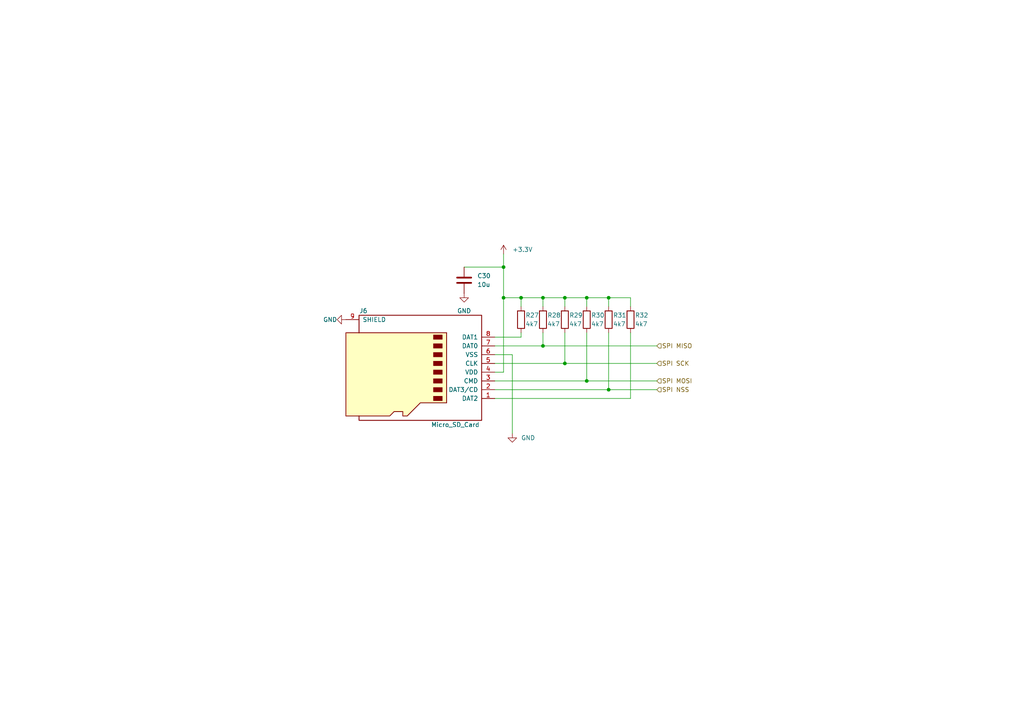
<source format=kicad_sch>
(kicad_sch (version 20231120) (generator "eeschema") (generator_version "8.0")
  (paper "A4")
  (title_block (title "Micro SD Card Connector") (date "2024-04-18") (rev "V1") (comment 1 "22619291") (comment 2 "DP Theron"))
  (lib_symbols
    (symbol "Connector:Micro_SD_Card" (pin_names (offset 1.016))
      (property "Reference" "J" (at -16.51 15.24 0))
      (property "Value" "Micro_SD_Card" (at 16.51 15.24 0))
      (symbol "Micro_SD_Card_0_1"
        (rectangle (start -7.62 -9.525) (end -5.08 -10.795) (fill (type outline)))
        (rectangle (start -7.62 -6.985) (end -5.08 -8.255) (fill (type outline)))
        (rectangle (start -7.62 -4.445) (end -5.08 -5.715) (fill (type outline)))
        (rectangle (start -7.62 -1.905) (end -5.08 -3.175) (fill (type outline)))
        (rectangle (start -7.62 0.635) (end -5.08 -0.635) (fill (type outline)))
        (rectangle (start -7.62 3.175) (end -5.08 1.905) (fill (type outline)))
        (rectangle (start -7.62 5.715) (end -5.08 4.445) (fill (type outline)))
        (rectangle (start -7.62 8.255) (end -5.08 6.985) (fill (type outline)))
        (polyline (pts (xy 16.51 12.7) (xy 16.51 13.97) (xy -19.05 13.97) (xy -19.05 -16.51) (xy 16.51 -16.51) (xy 16.51 -11.43)) (stroke (width 0.254)))
        (polyline (pts (xy -8.89 -11.43) (xy -8.89 8.89) (xy -1.27 8.89) (xy 2.54 12.7) (xy 3.81 12.7) (xy 3.81 11.43) (xy 6.35 11.43) (xy 7.62 12.7) (xy 20.32 12.7) (xy 20.32 -11.43) (xy -8.89 -11.43)) (stroke (width 0.254)) (fill (type background)))
      )
      (symbol "Micro_SD_Card_1_1"
        (pin bidirectional line (at -22.86 7.62 0) (length 3.81) (name "DAT2") (number "1"))
        (pin bidirectional line (at -22.86 5.08 0) (length 3.81) (name "DAT3/CD") (number "2"))
        (pin input line (at -22.86 2.54 0) (length 3.81) (name "CMD") (number "3"))
        (pin power_in line (at -22.86 0 0) (length 3.81) (name "VDD") (number "4"))
        (pin input line (at -22.86 -2.54 0) (length 3.81) (name "CLK") (number "5"))
        (pin power_in line (at -22.86 -5.08 0) (length 3.81) (name "VSS") (number "6"))
        (pin bidirectional line (at -22.86 -7.62 0) (length 3.81) (name "DAT0") (number "7"))
        (pin bidirectional line (at -22.86 -10.16 0) (length 3.81) (name "DAT1") (number "8"))
        (pin passive line (at 20.32 -15.24 180) (length 3.81) (name "SHIELD") (number "9"))
      )
    )
    (symbol "Device:C" (pin_numbers hide) (pin_names (offset 0.254))
      (property "Reference" "C" (at 0.635 2.54 0))
      (property "Value" "C" (at 0.635 -2.54 0))
      (symbol "C_0_1"
        (polyline (pts (xy -2.032 -0.762) (xy 2.032 -0.762)) (stroke (width 0.508)))
        (polyline (pts (xy -2.032 0.762) (xy 2.032 0.762)) (stroke (width 0.508)))
      )
      (symbol "C_1_1"
        (pin passive line (at 0 3.81 270) (length 2.794) (name "~") (number "1"))
        (pin passive line (at 0 -3.81 90) (length 2.794) (name "~") (number "2"))
      )
    )
    (symbol "Device:R" (pin_numbers hide) (pin_names (offset 0))
      (property "Reference" "R" (at 2.032 0 90))
      (property "Value" "R" (at 0 0 90))
      (symbol "R_0_1"
        (rectangle (start -1.016 -2.54) (end 1.016 2.54) (stroke (width 0.254)))
      )
      (symbol "R_1_1"
        (pin passive line (at 0 3.81 270) (length 1.27) (name "~") (number "1"))
        (pin passive line (at 0 -3.81 90) (length 1.27) (name "~") (number "2"))
      )
    )
    (symbol "GND_1" (power) (pin_numbers hide) (pin_names (offset 0) hide)
      (property "Value" "GND" (at 0 -3.81 0))
      (symbol "GND_1_0_1"
        (polyline (pts (xy 0 0) (xy 0 -1.27) (xy 1.27 -1.27) (xy 0 -2.54) (xy -1.27 -1.27) (xy 0 -1.27)))
      )
      (symbol "GND_1_1_1"
        (pin power_in line (at 0 0 270) (length 0) (name "~") (number "1"))
      )
    )
    (symbol "power:+3.3V" (power) (pin_names (offset 0))
      (property "Value" "+3.3V" (at 0 3.556 0))
      (symbol "+3.3V_0_1"
        (polyline (pts (xy -0.762 1.27) (xy 0 2.54)))
        (polyline (pts (xy 0 0) (xy 0 2.54)))
        (polyline (pts (xy 0 2.54) (xy 0.762 1.27)))
      )
      (symbol "+3.3V_1_1"
        (pin power_in line (at 0 0 90) (length 0) hide (name "+3.3V") (number "1"))
      )
    )
    (symbol "power:GND" (power) (pin_names (offset 0))
      (property "Value" "GND" (at 0 -3.81 0))
      (symbol "GND_0_1"
        (polyline (pts (xy 0 0) (xy 0 -1.27) (xy 1.27 -1.27) (xy 0 -2.54) (xy -1.27 -1.27) (xy 0 -1.27)))
      )
      (symbol "GND_1_1"
        (pin power_in line (at 0 0 270) (length 0) hide (name "GND") (number "1"))
      )
    )
  )
  (junction (at 146.05 77.47))
  (junction (at 157.48 86.36))
  (junction (at 170.18 110.49))
  (junction (at 163.83 105.41))
  (junction (at 170.18 86.36))
  (junction (at 151.13 86.36))
  (junction (at 163.83 86.36))
  (junction (at 157.48 100.33))
  (junction (at 176.53 113.03))
  (junction (at 176.53 86.36))
  (junction (at 146.05 86.36))
  (wire (pts (xy 176.53 86.36) (xy 176.53 88.9)))
  (wire (pts (xy 143.51 97.79) (xy 151.13 97.79)))
  (wire (pts (xy 151.13 97.79) (xy 151.13 96.52)))
  (wire (pts (xy 151.13 86.36) (xy 157.48 86.36)))
  (wire (pts (xy 176.53 96.52) (xy 176.53 113.03)))
  (wire (pts (xy 148.59 102.87) (xy 143.51 102.87)))
  (wire (pts (xy 163.83 96.52) (xy 163.83 105.41)))
  (wire (pts (xy 170.18 86.36) (xy 170.18 88.9)))
  (wire (pts (xy 176.53 86.36) (xy 182.88 86.36)))
  (wire (pts (xy 190.5 113.03) (xy 176.53 113.03)))
  (wire (pts (xy 157.48 100.33) (xy 143.51 100.33)))
  (wire (pts (xy 170.18 110.49) (xy 143.51 110.49)))
  (wire (pts (xy 163.83 86.36) (xy 163.83 88.9)))
  (wire (pts (xy 148.59 102.87) (xy 148.59 125.73)))
  (wire (pts (xy 146.05 77.47) (xy 146.05 86.36)))
  (wire (pts (xy 190.5 105.41) (xy 163.83 105.41)))
  (wire (pts (xy 151.13 86.36) (xy 146.05 86.36)))
  (wire (pts (xy 143.51 115.57) (xy 182.88 115.57)))
  (wire (pts (xy 170.18 86.36) (xy 176.53 86.36)))
  (wire (pts (xy 146.05 107.95) (xy 143.51 107.95)))
  (wire (pts (xy 163.83 86.36) (xy 170.18 86.36)))
  (wire (pts (xy 170.18 110.49) (xy 190.5 110.49)))
  (wire (pts (xy 182.88 86.36) (xy 182.88 88.9)))
  (wire (pts (xy 134.62 77.47) (xy 146.05 77.47)))
  (wire (pts (xy 157.48 86.36) (xy 163.83 86.36)))
  (wire (pts (xy 182.88 115.57) (xy 182.88 96.52)))
  (wire (pts (xy 170.18 96.52) (xy 170.18 110.49)))
  (wire (pts (xy 151.13 88.9) (xy 151.13 86.36)))
  (wire (pts (xy 157.48 96.52) (xy 157.48 100.33)))
  (wire (pts (xy 176.53 113.03) (xy 143.51 113.03)))
  (wire (pts (xy 157.48 86.36) (xy 157.48 88.9)))
  (wire (pts (xy 190.5 100.33) (xy 157.48 100.33)))
  (wire (pts (xy 146.05 73.66) (xy 146.05 77.47)))
  (wire (pts (xy 146.05 86.36) (xy 146.05 107.95)))
  (wire (pts (xy 163.83 105.41) (xy 143.51 105.41)))
  (hierarchical_label "SPI NSS" (shape input) (at 190.5 113.03 0))
  (hierarchical_label "SPI MOSI" (shape input) (at 190.5 110.49 0))
  (hierarchical_label "SPI MISO" (shape input) (at 190.5 100.33 0))
  (hierarchical_label "SPI SCK" (shape input) (at 190.5 105.41 0))
  (symbol (lib_id "Device:C") (at 134.62 81.28 0) (unit 1)
    (property "Reference" "C30" (at 138.43 80.01 0) (effects (justify left)))
    (property "Value" "10u" (at 138.43 82.55 0) (effects (justify left)))
    (property "Footprint" "Capacitor_SMD:C_0603_1608Metric" (effects (hide yes)))
  )
  (symbol (lib_id "Connector:Micro_SD_Card") (at 120.65 107.95 180) (unit 1)
    (property "Reference" "J6" (at 105.41 90.17 0))
    (property "Value" "Micro_SD_Card" (at 132.08 123.19 0))
    (property "Footprint" "DM3CS-SF:HRS_DM3CS-SF" (effects (hide yes)))
    (property "Datasheet" "http://katalog.we-online.de/em/datasheet/693072010801.pdf" (effects (hide yes)))
  )
  (symbol (lib_id "Device:R") (at 151.13 92.71 0) (unit 1)
    (property "Reference" "R27" (at 152.4 91.44 0) (effects (justify left)))
    (property "Value" "4k7" (at 152.4 93.98 0) (effects (justify left)))
    (property "Footprint" "Resistor_SMD:R_0603_1608Metric" (effects (hide yes)))
  )
  (symbol (lib_name "GND_1") (lib_id "power:GND") (at 134.62 85.09 0) (unit 1)
    (property "Reference" "#PWR09" (effects (hide yes)))
    (property "Value" "GND" (at 134.62 90.17 0))
    (property "Description" "Power symbol creates a global label with name \"GND\" , ground" (effects (hide yes)))
  )
  (symbol (lib_id "power:+3.3V") (at 146.05 73.66 0) (unit 1)
    (property "Reference" "#PWR045" (effects (hide yes)))
    (property "Value" "+3.3V" (at 148.59 72.39 0) (effects (justify left)))
  )
  (symbol (lib_id "Device:R") (at 182.88 92.71 0) (unit 1)
    (property "Reference" "R32" (at 184.15 91.44 0) (effects (justify left)))
    (property "Value" "4k7" (at 184.15 93.98 0) (effects (justify left)))
    (property "Footprint" "Resistor_SMD:R_0603_1608Metric" (effects (hide yes)))
  )
  (symbol (lib_id "power:GND") (at 148.59 125.73 0) (unit 1)
    (property "Reference" "#PWR046" (effects (hide yes)))
    (property "Value" "GND" (at 151.13 127 0) (effects (justify left)))
  )
  (symbol (lib_id "power:GND") (at 100.33 92.71 270) (unit 1)
    (property "Reference" "#PWR044" (effects (hide yes)))
    (property "Value" "GND" (at 97.79 92.71 90) (effects (justify right)))
  )
  (symbol (lib_id "Device:R") (at 176.53 92.71 0) (unit 1)
    (property "Reference" "R31" (at 177.8 91.44 0) (effects (justify left)))
    (property "Value" "4k7" (at 177.8 93.98 0) (effects (justify left)))
    (property "Footprint" "Resistor_SMD:R_0603_1608Metric" (effects (hide yes)))
  )
  (symbol (lib_id "Device:R") (at 170.18 92.71 0) (unit 1)
    (property "Reference" "R30" (at 171.45 91.44 0) (effects (justify left)))
    (property "Value" "4k7" (at 171.45 93.98 0) (effects (justify left)))
    (property "Footprint" "Resistor_SMD:R_0603_1608Metric" (effects (hide yes)))
  )
  (symbol (lib_id "Device:R") (at 157.48 92.71 0) (unit 1)
    (property "Reference" "R28" (at 158.75 91.44 0) (effects (justify left)))
    (property "Value" "4k7" (at 158.75 93.98 0) (effects (justify left)))
    (property "Footprint" "Resistor_SMD:R_0603_1608Metric" (effects (hide yes)))
  )
  (symbol (lib_id "Device:R") (at 163.83 92.71 0) (unit 1)
    (property "Reference" "R29" (at 165.1 91.44 0) (effects (justify left)))
    (property "Value" "4k7" (at 165.1 93.98 0) (effects (justify left)))
    (property "Footprint" "Resistor_SMD:R_0603_1608Metric" (effects (hide yes)))
  )
)
</source>
